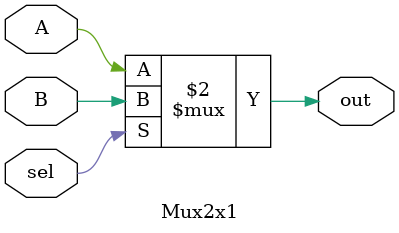
<source format=v>
module Mux2x1(A,B,sel,out);
input A,B,sel;
output out;

assign out = (sel == 0)? A:B;

endmodule

</source>
